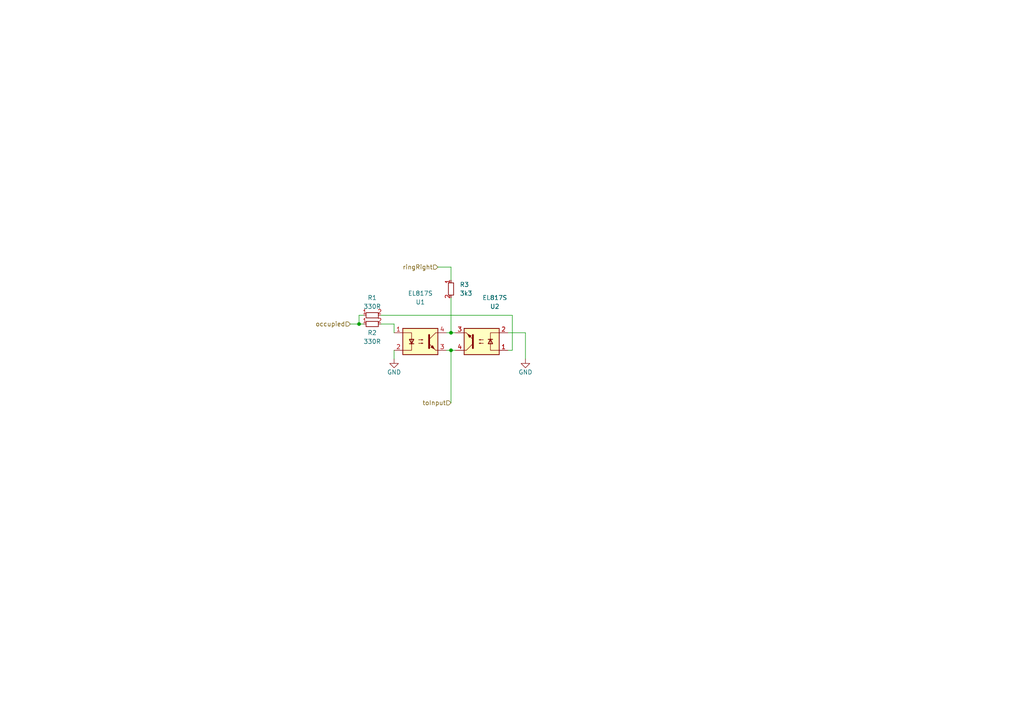
<source format=kicad_sch>
(kicad_sch (version 20231120) (generator "eeschema") (generator_version "8.0")
  (paper "A4")
  (lib_symbols
    (symbol "custom_kicad_lib_sk:EL817S" (pin_names (offset 1.016))
      (property "Reference" "U" (at -5.08 5.08 0))
      (property "Value" "EL817S" (at 0 5.08 0))
      (symbol "EL817S_0_1"
        (rectangle (start -5.08 3.81) (end 5.08 -3.81) (stroke (width 0.254)) (fill (type background)))
        (polyline (pts (xy -3.175 -0.635) (xy -1.905 -0.635)) (stroke (width 0.254)))
        (polyline (pts (xy 2.54 0.635) (xy 4.445 2.54)))
        (polyline (pts (xy 4.445 -2.54) (xy 2.54 -0.635)) (fill (type outline)))
        (polyline (pts (xy 4.445 -2.54) (xy 5.08 -2.54)))
        (polyline (pts (xy 4.445 2.54) (xy 5.08 2.54)))
        (polyline (pts (xy -5.08 2.54) (xy -2.54 2.54) (xy -2.54 -0.635)))
        (polyline (pts (xy -2.54 -0.635) (xy -2.54 -2.54) (xy -5.08 -2.54)))
        (polyline (pts (xy 2.54 1.905) (xy 2.54 -1.905) (xy 2.54 -1.905)) (stroke (width 0.508)))
        (polyline (pts (xy -2.54 -0.635) (xy -3.175 0.635) (xy -1.905 0.635) (xy -2.54 -0.635)) (stroke (width 0.254)))
        (polyline (pts (xy -0.508 -0.508) (xy 0.762 -0.508) (xy 0.381 -0.635) (xy 0.381 -0.381) (xy 0.762 -0.508)))
        (polyline (pts (xy -0.508 0.508) (xy 0.762 0.508) (xy 0.381 0.381) (xy 0.381 0.635) (xy 0.762 0.508)))
        (polyline (pts (xy 3.048 -1.651) (xy 3.556 -1.143) (xy 4.064 -2.159) (xy 3.048 -1.651) (xy 3.048 -1.651)) (fill (type outline)))
      )
      (symbol "EL817S_1_1"
        (pin passive line (at -7.62 2.54 0) (length 2.54) (name "~") (number "1"))
        (pin passive line (at -7.62 -2.54 0) (length 2.54) (name "~") (number "2"))
        (pin passive line (at 7.62 -2.54 180) (length 2.54) (name "~") (number "3"))
        (pin passive line (at 7.62 2.54 180) (length 2.54) (name "~") (number "4"))
      )
    )
    (symbol "power:GND" (power) (pin_names (offset 0))
      (property "Value" "GND" (at 0 -3.81 0))
      (symbol "GND_0_1"
        (polyline (pts (xy 0 0) (xy 0 -1.27) (xy 1.27 -1.27) (xy 0 -2.54) (xy -1.27 -1.27) (xy 0 -1.27)))
      )
      (symbol "GND_1_1"
        (pin power_in line (at 0 0 270) (length 0) hide (name "GND") (number "1"))
      )
    )
    (symbol "resistors_0603:R_330R_0603"
      (property "Reference" "R" (at 1.27 2.54 0))
      (property "Value" "330R" (at 2.54 -2.54 0))
      (symbol "R_330R_0603_0_1"
        (rectangle (start -0.762 1.778) (end 0.762 -1.778) (stroke (width 0.2032)))
      )
      (symbol "R_330R_0603_1_1"
        (pin passive line (at 0 2.54 270) (length 0.762) (name "~") (number "1"))
        (pin passive line (at 0 -2.54 90) (length 0.762) (name "~") (number "2"))
      )
    )
    (symbol "resistors_0805:R_3k3_0805"
      (property "Reference" "R" (at 1.27 2.54 0))
      (property "Value" "3k3" (at 2.54 -2.54 0))
      (symbol "R_3k3_0805_0_1"
        (rectangle (start -0.762 1.778) (end 0.762 -1.778) (stroke (width 0.2032)))
      )
      (symbol "R_3k3_0805_1_1"
        (pin passive line (at 0 2.54 270) (length 0.762) (name "~") (number "1"))
        (pin passive line (at 0 -2.54 90) (length 0.762) (name "~") (number "2"))
      )
    )
  )
  (junction (at 104.14 93.98))
  (junction (at 130.81 101.6))
  (junction (at 130.81 96.52))
  (wire (pts (xy 129.54 96.52) (xy 130.81 96.52)))
  (wire (pts (xy 148.59 91.44) (xy 148.59 101.6)))
  (wire (pts (xy 130.81 86.36) (xy 130.81 96.52)))
  (wire (pts (xy 114.3 96.52) (xy 114.3 93.98)))
  (wire (pts (xy 110.49 93.98) (xy 114.3 93.98)))
  (wire (pts (xy 148.59 101.6) (xy 147.32 101.6)))
  (wire (pts (xy 130.81 96.52) (xy 132.08 96.52)))
  (wire (pts (xy 104.14 91.44) (xy 105.41 91.44)))
  (wire (pts (xy 130.81 101.6) (xy 132.08 101.6)))
  (wire (pts (xy 152.4 96.52) (xy 152.4 104.14)))
  (wire (pts (xy 130.81 77.47) (xy 130.81 81.28)))
  (wire (pts (xy 147.32 96.52) (xy 152.4 96.52)))
  (wire (pts (xy 101.6 93.98) (xy 104.14 93.98)))
  (wire (pts (xy 130.81 77.47) (xy 127 77.47)))
  (wire (pts (xy 110.49 91.44) (xy 148.59 91.44)))
  (wire (pts (xy 104.14 93.98) (xy 105.41 93.98)))
  (wire (pts (xy 130.81 101.6) (xy 130.81 116.84)))
  (wire (pts (xy 114.3 101.6) (xy 114.3 104.14)))
  (wire (pts (xy 104.14 91.44) (xy 104.14 93.98)))
  (wire (pts (xy 129.54 101.6) (xy 130.81 101.6)))
  (hierarchical_label "occupied" (shape input) (at 101.6 93.98 180))
  (hierarchical_label "ringRight" (shape input) (at 127 77.47 180))
  (hierarchical_label "toInput" (shape input) (at 130.81 116.84 180))
  (symbol (lib_id "resistors_0603:R_330R_0603") (at 107.95 91.44 90) (unit 1)
    (property "Reference" "R1" (at 107.95 86.36 90))
    (property "Value" "330R" (at 107.95 88.9 90))
    (property "Footprint" "custom_kicad_lib_sk:R_0603_smalltext" (effects (hide yes)))
    (property "JLCPCB Part#" "C23138" (effects (hide yes)))
  )
  (symbol (lib_id "power:GND") (at 114.3 104.14 0) (unit 1)
    (property "Reference" "#PWR0803" (effects (hide yes)))
    (property "Value" "GND" (at 114.3 107.95 0))
  )
  (symbol (lib_id "resistors_0603:R_330R_0603") (at 107.95 93.98 90) (unit 1)
    (property "Reference" "R2" (at 107.95 96.52 90))
    (property "Value" "330R" (at 107.95 99.06 90))
    (property "Footprint" "custom_kicad_lib_sk:R_0603_smalltext" (effects (hide yes)))
    (property "JLCPCB Part#" "C23138" (effects (hide yes)))
  )
  (symbol (lib_id "custom_kicad_lib_sk:EL817S") (at 121.92 99.06 0) (unit 1)
    (property "Reference" "U1" (at 121.92 87.63 0))
    (property "Value" "EL817S" (at 121.92 85.09 0))
    (property "Footprint" "Package_DIP:SMDIP-4_W9.53mm" (effects (hide yes)))
    (property "Datasheet" "http://www.everlight.com/file/ProductFile/EL817.pdf" (effects (hide yes)))
    (property "JLCPCB Part#" "C106900" (effects (hide yes)))
  )
  (symbol (lib_id "custom_kicad_lib_sk:EL817S") (at 139.7 99.06 180) (unit 1)
    (property "Reference" "U2" (at 143.51 88.9 0))
    (property "Value" "EL817S" (at 143.51 86.36 0))
    (property "Footprint" "Package_DIP:SMDIP-4_W9.53mm" (effects (hide yes)))
    (property "Datasheet" "http://www.everlight.com/file/ProductFile/EL817.pdf" (effects (hide yes)))
    (property "JLCPCB Part#" "C106900" (effects (hide yes)))
  )
  (symbol (lib_id "resistors_0805:R_3k3_0805") (at 130.81 83.82 0) (mirror y) (unit 1)
    (property "Reference" "R3" (at 133.35 82.55 0) (effects (justify right)))
    (property "Value" "3k3" (at 133.35 85.09 0) (effects (justify right)))
    (property "Footprint" "custom_kicad_lib_sk:R_0805_handsolder-smalltext" (effects (hide yes)))
    (property "JLCPCB Part#" "C26010" (effects (hide yes)))
  )
  (symbol (lib_id "power:GND") (at 152.4 104.14 0) (unit 1)
    (property "Reference" "#PWR0804" (effects (hide yes)))
    (property "Value" "GND" (at 152.4 107.95 0))
  )
)
</source>
